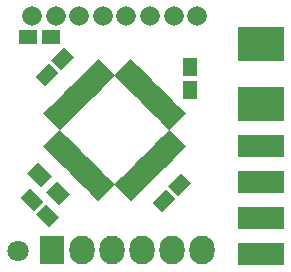
<source format=gbr>
G04 #@! TF.FileFunction,Soldermask,Top*
%FSLAX46Y46*%
G04 Gerber Fmt 4.6, Leading zero omitted, Abs format (unit mm)*
G04 Created by KiCad (PCBNEW 4.0.7) date 08/12/18 13:26:52*
%MOMM*%
%LPD*%
G01*
G04 APERTURE LIST*
%ADD10C,0.100000*%
%ADD11R,1.600000X1.150000*%
%ADD12R,2.127200X2.432000*%
%ADD13O,2.127200X2.432000*%
%ADD14C,1.670000*%
%ADD15C,1.800000*%
%ADD16R,3.900000X2.900000*%
%ADD17R,3.900000X1.924000*%
%ADD18R,1.150000X1.600000*%
G04 APERTURE END LIST*
D10*
D11*
X103317000Y-91821000D03*
X105217000Y-91821000D03*
D10*
G36*
X112685288Y-105051334D02*
X112013536Y-105723086D01*
X110599322Y-104308872D01*
X111271074Y-103637120D01*
X112685288Y-105051334D01*
X112685288Y-105051334D01*
G37*
G36*
X113250973Y-104485648D02*
X112579221Y-105157400D01*
X111165007Y-103743186D01*
X111836759Y-103071434D01*
X113250973Y-104485648D01*
X113250973Y-104485648D01*
G37*
G36*
X113816659Y-103919963D02*
X113144907Y-104591715D01*
X111730693Y-103177501D01*
X112402445Y-102505749D01*
X113816659Y-103919963D01*
X113816659Y-103919963D01*
G37*
G36*
X114382344Y-103354278D02*
X113710592Y-104026030D01*
X112296378Y-102611816D01*
X112968130Y-101940064D01*
X114382344Y-103354278D01*
X114382344Y-103354278D01*
G37*
G36*
X114948030Y-102788592D02*
X114276278Y-103460344D01*
X112862064Y-102046130D01*
X113533816Y-101374378D01*
X114948030Y-102788592D01*
X114948030Y-102788592D01*
G37*
G36*
X115513715Y-102222907D02*
X114841963Y-102894659D01*
X113427749Y-101480445D01*
X114099501Y-100808693D01*
X115513715Y-102222907D01*
X115513715Y-102222907D01*
G37*
G36*
X116079400Y-101657221D02*
X115407648Y-102328973D01*
X113993434Y-100914759D01*
X114665186Y-100243007D01*
X116079400Y-101657221D01*
X116079400Y-101657221D01*
G37*
G36*
X116645086Y-101091536D02*
X115973334Y-101763288D01*
X114559120Y-100349074D01*
X115230872Y-99677322D01*
X116645086Y-101091536D01*
X116645086Y-101091536D01*
G37*
G36*
X115973334Y-97626712D02*
X116645086Y-98298464D01*
X115230872Y-99712678D01*
X114559120Y-99040926D01*
X115973334Y-97626712D01*
X115973334Y-97626712D01*
G37*
G36*
X115407648Y-97061027D02*
X116079400Y-97732779D01*
X114665186Y-99146993D01*
X113993434Y-98475241D01*
X115407648Y-97061027D01*
X115407648Y-97061027D01*
G37*
G36*
X114841963Y-96495341D02*
X115513715Y-97167093D01*
X114099501Y-98581307D01*
X113427749Y-97909555D01*
X114841963Y-96495341D01*
X114841963Y-96495341D01*
G37*
G36*
X114276278Y-95929656D02*
X114948030Y-96601408D01*
X113533816Y-98015622D01*
X112862064Y-97343870D01*
X114276278Y-95929656D01*
X114276278Y-95929656D01*
G37*
G36*
X113710592Y-95363970D02*
X114382344Y-96035722D01*
X112968130Y-97449936D01*
X112296378Y-96778184D01*
X113710592Y-95363970D01*
X113710592Y-95363970D01*
G37*
G36*
X113144907Y-94798285D02*
X113816659Y-95470037D01*
X112402445Y-96884251D01*
X111730693Y-96212499D01*
X113144907Y-94798285D01*
X113144907Y-94798285D01*
G37*
G36*
X112579221Y-94232600D02*
X113250973Y-94904352D01*
X111836759Y-96318566D01*
X111165007Y-95646814D01*
X112579221Y-94232600D01*
X112579221Y-94232600D01*
G37*
G36*
X112013536Y-93666914D02*
X112685288Y-94338666D01*
X111271074Y-95752880D01*
X110599322Y-95081128D01*
X112013536Y-93666914D01*
X112013536Y-93666914D01*
G37*
G36*
X110634678Y-95081128D02*
X109962926Y-95752880D01*
X108548712Y-94338666D01*
X109220464Y-93666914D01*
X110634678Y-95081128D01*
X110634678Y-95081128D01*
G37*
G36*
X110068993Y-95646814D02*
X109397241Y-96318566D01*
X107983027Y-94904352D01*
X108654779Y-94232600D01*
X110068993Y-95646814D01*
X110068993Y-95646814D01*
G37*
G36*
X109503307Y-96212499D02*
X108831555Y-96884251D01*
X107417341Y-95470037D01*
X108089093Y-94798285D01*
X109503307Y-96212499D01*
X109503307Y-96212499D01*
G37*
G36*
X108937622Y-96778184D02*
X108265870Y-97449936D01*
X106851656Y-96035722D01*
X107523408Y-95363970D01*
X108937622Y-96778184D01*
X108937622Y-96778184D01*
G37*
G36*
X108371936Y-97343870D02*
X107700184Y-98015622D01*
X106285970Y-96601408D01*
X106957722Y-95929656D01*
X108371936Y-97343870D01*
X108371936Y-97343870D01*
G37*
G36*
X107806251Y-97909555D02*
X107134499Y-98581307D01*
X105720285Y-97167093D01*
X106392037Y-96495341D01*
X107806251Y-97909555D01*
X107806251Y-97909555D01*
G37*
G36*
X107240566Y-98475241D02*
X106568814Y-99146993D01*
X105154600Y-97732779D01*
X105826352Y-97061027D01*
X107240566Y-98475241D01*
X107240566Y-98475241D01*
G37*
G36*
X106674880Y-99040926D02*
X106003128Y-99712678D01*
X104588914Y-98298464D01*
X105260666Y-97626712D01*
X106674880Y-99040926D01*
X106674880Y-99040926D01*
G37*
G36*
X106003128Y-99677322D02*
X106674880Y-100349074D01*
X105260666Y-101763288D01*
X104588914Y-101091536D01*
X106003128Y-99677322D01*
X106003128Y-99677322D01*
G37*
G36*
X106568814Y-100243007D02*
X107240566Y-100914759D01*
X105826352Y-102328973D01*
X105154600Y-101657221D01*
X106568814Y-100243007D01*
X106568814Y-100243007D01*
G37*
G36*
X107134499Y-100808693D02*
X107806251Y-101480445D01*
X106392037Y-102894659D01*
X105720285Y-102222907D01*
X107134499Y-100808693D01*
X107134499Y-100808693D01*
G37*
G36*
X107700184Y-101374378D02*
X108371936Y-102046130D01*
X106957722Y-103460344D01*
X106285970Y-102788592D01*
X107700184Y-101374378D01*
X107700184Y-101374378D01*
G37*
G36*
X108265870Y-101940064D02*
X108937622Y-102611816D01*
X107523408Y-104026030D01*
X106851656Y-103354278D01*
X108265870Y-101940064D01*
X108265870Y-101940064D01*
G37*
G36*
X108831555Y-102505749D02*
X109503307Y-103177501D01*
X108089093Y-104591715D01*
X107417341Y-103919963D01*
X108831555Y-102505749D01*
X108831555Y-102505749D01*
G37*
G36*
X109397241Y-103071434D02*
X110068993Y-103743186D01*
X108654779Y-105157400D01*
X107983027Y-104485648D01*
X109397241Y-103071434D01*
X109397241Y-103071434D01*
G37*
G36*
X109962926Y-103637120D02*
X110634678Y-104308872D01*
X109220464Y-105723086D01*
X108548712Y-105051334D01*
X109962926Y-103637120D01*
X109962926Y-103637120D01*
G37*
D12*
X105283000Y-109855000D03*
D13*
X107823000Y-109855000D03*
X110363000Y-109855000D03*
X112903000Y-109855000D03*
X115443000Y-109855000D03*
X117983000Y-109855000D03*
D10*
G36*
X116273850Y-103384977D02*
X117087023Y-104198150D01*
X115955652Y-105329521D01*
X115142479Y-104516348D01*
X116273850Y-103384977D01*
X116273850Y-103384977D01*
G37*
G36*
X114930348Y-104728479D02*
X115743521Y-105541652D01*
X114612150Y-106673023D01*
X113798977Y-105859850D01*
X114930348Y-104728479D01*
X114930348Y-104728479D01*
G37*
G36*
X106367850Y-92716977D02*
X107181023Y-93530150D01*
X106049652Y-94661521D01*
X105236479Y-93848348D01*
X106367850Y-92716977D01*
X106367850Y-92716977D01*
G37*
G36*
X105024348Y-94060479D02*
X105837521Y-94873652D01*
X104706150Y-96005023D01*
X103892977Y-95191850D01*
X105024348Y-94060479D01*
X105024348Y-94060479D01*
G37*
G36*
X105911023Y-107129850D02*
X105097850Y-107943023D01*
X103966479Y-106811652D01*
X104779652Y-105998479D01*
X105911023Y-107129850D01*
X105911023Y-107129850D01*
G37*
G36*
X104567521Y-105786348D02*
X103754348Y-106599521D01*
X102622977Y-105468150D01*
X103436150Y-104654977D01*
X104567521Y-105786348D01*
X104567521Y-105786348D01*
G37*
G36*
X103225878Y-103383117D02*
X104145117Y-102463878D01*
X105276488Y-103595249D01*
X104357249Y-104514488D01*
X103225878Y-103383117D01*
X103225878Y-103383117D01*
G37*
G36*
X104781512Y-104938751D02*
X105700751Y-104019512D01*
X106832122Y-105150883D01*
X105912883Y-106070122D01*
X104781512Y-104938751D01*
X104781512Y-104938751D01*
G37*
D14*
X103617000Y-90043000D03*
X105617000Y-90043000D03*
X107617000Y-90043000D03*
X109617000Y-90043000D03*
X111617000Y-90043000D03*
X113617000Y-90043000D03*
X115617000Y-90043000D03*
X117617000Y-90043000D03*
D15*
X102395000Y-109965000D03*
D16*
X123015000Y-92439000D03*
X123015000Y-97519000D03*
D17*
X123015000Y-101075000D03*
X123015000Y-104123000D03*
X123015000Y-107171000D03*
X123015000Y-110219000D03*
D18*
X116995000Y-96315000D03*
X116995000Y-94415000D03*
M02*

</source>
